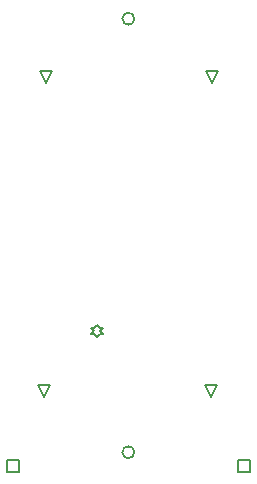
<source format=gbr>
%TF.GenerationSoftware,Altium Limited,Altium Designer,22.4.2 (48)*%
G04 Layer_Color=2752767*
%FSLAX26Y26*%
%MOIN*%
%TF.SameCoordinates,31C44E49-19BD-49CD-A116-05C5AD78183A*%
%TF.FilePolarity,Positive*%
%TF.FileFunction,Drawing*%
%TF.Part,Single*%
G01*
G75*
%TA.AperFunction,NonConductor*%
%ADD34C,0.005000*%
%ADD35C,0.006667*%
D34*
X45000Y65000D02*
Y105000D01*
X85000D01*
Y65000D01*
X45000D01*
X815000D02*
Y105000D01*
X855000D01*
Y65000D01*
X815000D01*
X170000Y315000D02*
X150000Y355000D01*
X190000D01*
X170000Y315000D01*
X725118D02*
X705118Y355000D01*
X745118D01*
X725118Y315000D01*
X175000Y1360000D02*
X155000Y1400000D01*
X195000D01*
X175000Y1360000D01*
X730118D02*
X710118Y1400000D01*
X750118D01*
X730118Y1360000D01*
X345000Y515000D02*
X355000Y525000D01*
X365000D01*
X355000Y535000D01*
X365000Y545000D01*
X355000D01*
X345000Y555000D01*
X335000Y545000D01*
X325000D01*
X335000Y535000D01*
X325000Y525000D01*
X335000D01*
X345000Y515000D01*
D35*
X470000Y130000D02*
G03*
X470000Y130000I-20000J0D01*
G01*
Y1575000D02*
G03*
X470000Y1575000I-20000J0D01*
G01*
%TF.MD5,47b376cb9e21f32e9797c0b8dc8d53e0*%
M02*

</source>
